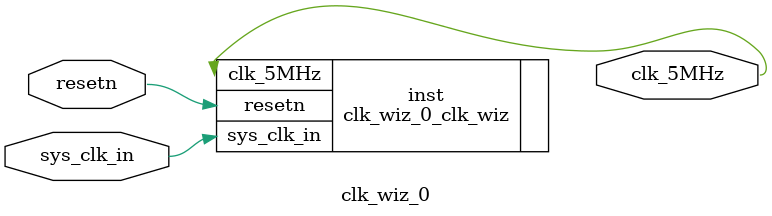
<source format=v>


`timescale 1ps/1ps

(* CORE_GENERATION_INFO = "clk_wiz_0,clk_wiz_v6_0_4_0_0,{component_name=clk_wiz_0,use_phase_alignment=false,use_min_o_jitter=false,use_max_i_jitter=false,use_dyn_phase_shift=false,use_inclk_switchover=false,use_dyn_reconfig=false,enable_axi=0,feedback_source=FDBK_AUTO,PRIMITIVE=MMCM,num_out_clk=1,clkin1_period=10.000,clkin2_period=10.000,use_power_down=false,use_reset=true,use_locked=false,use_inclk_stopped=false,feedback_type=SINGLE,CLOCK_MGR_TYPE=NA,manual_override=false}" *)

module clk_wiz_0 
 (
  // Clock out ports
  output        clk_5MHz,
  // Status and control signals
  input         resetn,
 // Clock in ports
  input         sys_clk_in
 );

  clk_wiz_0_clk_wiz inst
  (
  // Clock out ports  
  .clk_5MHz(clk_5MHz),
  // Status and control signals               
  .resetn(resetn), 
 // Clock in ports
  .sys_clk_in(sys_clk_in)
  );

endmodule

</source>
